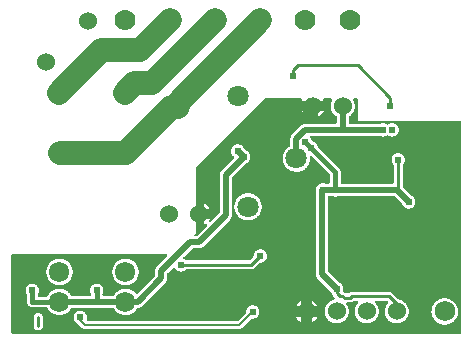
<source format=gbl>
G04 Layer: BottomLayer*
G04 EasyEDA v6.3.22, 2020-02-03T21:01:26+03:00*
G04 c6d23c78c2874b16bdfd2071edabb350,ca54920fb7ea4c169f3d1b618bee327e,10*
G04 Gerber Generator version 0.2*
G04 Scale: 100 percent, Rotated: No, Reflected: No *
G04 Dimensions in inches *
G04 leading zeros omitted , absolute positions ,2 integer and 4 decimal *
%FSLAX24Y24*%
%MOIN*%
G90*
G70D02*

%ADD10C,0.010000*%
%ADD11C,0.020000*%
%ADD12C,0.006000*%
%ADD13C,0.015000*%
%ADD14C,0.080000*%
%ADD15C,0.008000*%
%ADD16C,0.016000*%
%ADD18C,0.024400*%
%ADD37C,0.060000*%
%ADD38C,0.067992*%
%ADD39C,0.070866*%
%ADD40C,0.070000*%
%ADD41C,0.067716*%
%ADD42C,0.071653*%

%LPD*%
G36*
G01X9662Y7850D02*
G01X8466Y7850D01*
G01X8454Y7848D01*
G01X8448Y7845D01*
G01X8443Y7842D01*
G01X8438Y7838D01*
G01X6157Y5557D01*
G01X6154Y5551D01*
G01X6150Y5539D01*
G01X6150Y3350D01*
G01X6117Y3321D01*
G01X6113Y3317D01*
G01X6109Y3312D01*
G01X6106Y3307D01*
G01X6105Y3302D01*
G01X6103Y3296D01*
G01X6103Y3285D01*
G01X6105Y3279D01*
G01X6106Y3274D01*
G01X6109Y3269D01*
G01X6113Y3264D01*
G01X6117Y3260D01*
G01X6121Y3257D01*
G01X6126Y3254D01*
G01X6131Y3252D01*
G01X6137Y3251D01*
G01X6156Y3251D01*
G01X6168Y3255D01*
G01X6173Y3258D01*
G01X6178Y3262D01*
G01X6515Y3600D01*
G01X6520Y3605D01*
G01X6523Y3610D01*
G01X6527Y3622D01*
G01X6527Y3634D01*
G01X6526Y3639D01*
G01X6524Y3645D01*
G01X6521Y3650D01*
G01X6518Y3654D01*
G01X6514Y3658D01*
G01X6509Y3662D01*
G01X6504Y3665D01*
G01X6498Y3667D01*
G01X6493Y3668D01*
G01X6481Y3668D01*
G01X6476Y3667D01*
G01X6471Y3665D01*
G01X6446Y3650D01*
G01X6425Y3639D01*
G01X6425Y3825D01*
G01X6610Y3825D01*
G01X6599Y3803D01*
G01X6587Y3783D01*
G01X6585Y3778D01*
G01X6582Y3773D01*
G01X6581Y3767D01*
G01X6581Y3756D01*
G01X6582Y3751D01*
G01X6585Y3745D01*
G01X6587Y3740D01*
G01X6599Y3728D01*
G01X6604Y3725D01*
G01X6610Y3723D01*
G01X6615Y3722D01*
G01X6627Y3722D01*
G01X6639Y3726D01*
G01X6644Y3729D01*
G01X6649Y3734D01*
G01X6937Y4021D01*
G01X6941Y4026D01*
G01X6944Y4031D01*
G01X6947Y4037D01*
G01X6948Y4043D01*
G01X6948Y5300D01*
G01X6950Y5326D01*
G01X6952Y5339D01*
G01X6955Y5351D01*
G01X6959Y5364D01*
G01X6969Y5388D01*
G01X6976Y5400D01*
G01X6982Y5411D01*
G01X6990Y5422D01*
G01X6998Y5432D01*
G01X7007Y5442D01*
G01X7424Y5858D01*
G01X7428Y5863D01*
G01X7431Y5868D01*
G01X7434Y5874D01*
G01X7435Y5880D01*
G01X7435Y5892D01*
G01X7434Y5899D01*
G01X7431Y5905D01*
G01X7428Y5910D01*
G01X7424Y5915D01*
G01X7419Y5919D01*
G01X7408Y5927D01*
G01X7397Y5936D01*
G01X7387Y5946D01*
G01X7369Y5968D01*
G01X7361Y5980D01*
G01X7354Y5992D01*
G01X7348Y6004D01*
G01X7342Y6017D01*
G01X7338Y6030D01*
G01X7334Y6044D01*
G01X7331Y6057D01*
G01X7328Y6071D01*
G01X7327Y6086D01*
G01X7327Y6113D01*
G01X7328Y6126D01*
G01X7330Y6140D01*
G01X7336Y6166D01*
G01X7341Y6178D01*
G01X7346Y6191D01*
G01X7352Y6203D01*
G01X7359Y6215D01*
G01X7366Y6226D01*
G01X7374Y6237D01*
G01X7382Y6247D01*
G01X7402Y6267D01*
G01X7412Y6275D01*
G01X7423Y6283D01*
G01X7434Y6290D01*
G01X7446Y6297D01*
G01X7458Y6303D01*
G01X7471Y6308D01*
G01X7483Y6313D01*
G01X7509Y6319D01*
G01X7523Y6321D01*
G01X7536Y6322D01*
G01X7550Y6323D01*
G01X7564Y6322D01*
G01X7577Y6321D01*
G01X7592Y6319D01*
G01X7605Y6315D01*
G01X7619Y6311D01*
G01X7632Y6307D01*
G01X7645Y6301D01*
G01X7657Y6295D01*
G01X7669Y6288D01*
G01X7681Y6280D01*
G01X7692Y6271D01*
G01X7702Y6262D01*
G01X7713Y6252D01*
G01X7722Y6241D01*
G01X7738Y6219D01*
G01X7745Y6206D01*
G01X7752Y6194D01*
G01X7757Y6181D01*
G01X7761Y6173D01*
G01X7766Y6167D01*
G01X7817Y6116D01*
G01X7823Y6111D01*
G01X7831Y6107D01*
G01X7844Y6101D01*
G01X7856Y6095D01*
G01X7868Y6088D01*
G01X7880Y6080D01*
G01X7891Y6072D01*
G01X7902Y6063D01*
G01X7912Y6053D01*
G01X7930Y6031D01*
G01X7938Y6019D01*
G01X7945Y6007D01*
G01X7951Y5995D01*
G01X7957Y5982D01*
G01X7961Y5969D01*
G01X7965Y5955D01*
G01X7968Y5942D01*
G01X7971Y5928D01*
G01X7972Y5913D01*
G01X7972Y5886D01*
G01X7971Y5871D01*
G01X7968Y5857D01*
G01X7965Y5844D01*
G01X7961Y5830D01*
G01X7957Y5817D01*
G01X7951Y5804D01*
G01X7945Y5792D01*
G01X7938Y5780D01*
G01X7930Y5768D01*
G01X7912Y5746D01*
G01X7902Y5736D01*
G01X7891Y5727D01*
G01X7880Y5719D01*
G01X7868Y5711D01*
G01X7856Y5704D01*
G01X7844Y5698D01*
G01X7831Y5692D01*
G01X7823Y5688D01*
G01X7817Y5683D01*
G01X7362Y5228D01*
G01X7358Y5223D01*
G01X7355Y5218D01*
G01X7352Y5212D01*
G01X7351Y5206D01*
G01X7351Y3950D01*
G01X7350Y3936D01*
G01X7349Y3923D01*
G01X7347Y3910D01*
G01X7344Y3898D01*
G01X7340Y3885D01*
G01X7330Y3861D01*
G01X7323Y3849D01*
G01X7317Y3838D01*
G01X7309Y3827D01*
G01X7301Y3817D01*
G01X7292Y3807D01*
G01X6392Y2907D01*
G01X6382Y2898D01*
G01X6372Y2890D01*
G01X6361Y2882D01*
G01X6350Y2876D01*
G01X6338Y2869D01*
G01X6327Y2864D01*
G01X6314Y2859D01*
G01X6302Y2855D01*
G01X6289Y2852D01*
G01X6276Y2850D01*
G01X6250Y2848D01*
G01X6043Y2848D01*
G01X6031Y2844D01*
G01X6026Y2841D01*
G01X6021Y2837D01*
G01X5744Y2560D01*
G01X5740Y2555D01*
G01X5737Y2550D01*
G01X5733Y2538D01*
G01X5733Y2526D01*
G01X5737Y2514D01*
G01X5740Y2509D01*
G01X5744Y2504D01*
G01X5754Y2496D01*
G01X5767Y2489D01*
G01X5780Y2481D01*
G01X5792Y2471D01*
G01X5803Y2461D01*
G01X5807Y2458D01*
G01X5813Y2455D01*
G01X5818Y2452D01*
G01X5824Y2451D01*
G01X7927Y2451D01*
G01X7939Y2455D01*
G01X7944Y2458D01*
G01X7949Y2462D01*
G01X8065Y2578D01*
G01X8069Y2583D01*
G01X8072Y2588D01*
G01X8075Y2594D01*
G01X8077Y2606D01*
G01X8077Y2619D01*
G01X8079Y2633D01*
G01X8081Y2646D01*
G01X8085Y2660D01*
G01X8089Y2673D01*
G01X8094Y2686D01*
G01X8100Y2698D01*
G01X8106Y2711D01*
G01X8113Y2722D01*
G01X8121Y2734D01*
G01X8130Y2744D01*
G01X8139Y2755D01*
G01X8149Y2764D01*
G01X8160Y2773D01*
G01X8182Y2789D01*
G01X8194Y2796D01*
G01X8206Y2802D01*
G01X8232Y2812D01*
G01X8245Y2816D01*
G01X8259Y2819D01*
G01X8272Y2821D01*
G01X8300Y2823D01*
G01X8326Y2821D01*
G01X8340Y2819D01*
G01X8366Y2813D01*
G01X8378Y2808D01*
G01X8391Y2803D01*
G01X8403Y2797D01*
G01X8415Y2790D01*
G01X8426Y2783D01*
G01X8437Y2775D01*
G01X8447Y2767D01*
G01X8467Y2747D01*
G01X8475Y2737D01*
G01X8483Y2726D01*
G01X8490Y2715D01*
G01X8497Y2703D01*
G01X8503Y2691D01*
G01X8508Y2678D01*
G01X8513Y2666D01*
G01X8519Y2640D01*
G01X8521Y2626D01*
G01X8522Y2613D01*
G01X8522Y2586D01*
G01X8521Y2572D01*
G01X8519Y2559D01*
G01X8516Y2545D01*
G01X8512Y2532D01*
G01X8502Y2506D01*
G01X8496Y2494D01*
G01X8489Y2482D01*
G01X8481Y2471D01*
G01X8473Y2459D01*
G01X8455Y2439D01*
G01X8444Y2430D01*
G01X8434Y2421D01*
G01X8422Y2413D01*
G01X8410Y2406D01*
G01X8386Y2394D01*
G01X8373Y2389D01*
G01X8360Y2385D01*
G01X8347Y2382D01*
G01X8333Y2379D01*
G01X8319Y2377D01*
G01X8306Y2376D01*
G01X8300Y2376D01*
G01X8294Y2375D01*
G01X8288Y2372D01*
G01X8283Y2369D01*
G01X8278Y2365D01*
G01X8106Y2193D01*
G01X8088Y2177D01*
G01X8068Y2165D01*
G01X8057Y2160D01*
G01X8046Y2156D01*
G01X8035Y2153D01*
G01X8023Y2150D01*
G01X8011Y2149D01*
G01X8000Y2148D01*
G01X5824Y2148D01*
G01X5818Y2147D01*
G01X5813Y2144D01*
G01X5807Y2141D01*
G01X5803Y2138D01*
G01X5792Y2128D01*
G01X5781Y2119D01*
G01X5769Y2111D01*
G01X5757Y2104D01*
G01X5745Y2098D01*
G01X5732Y2092D01*
G01X5719Y2088D01*
G01X5705Y2084D01*
G01X5692Y2080D01*
G01X5677Y2078D01*
G01X5664Y2077D01*
G01X5650Y2076D01*
G01X5636Y2077D01*
G01X5623Y2078D01*
G01X5610Y2080D01*
G01X5596Y2083D01*
G01X5584Y2086D01*
G01X5558Y2096D01*
G01X5546Y2102D01*
G01X5535Y2109D01*
G01X5523Y2116D01*
G01X5513Y2124D01*
G01X5502Y2132D01*
G01X5492Y2141D01*
G01X5483Y2151D01*
G01X5475Y2161D01*
G01X5459Y2183D01*
G01X5452Y2195D01*
G01X5449Y2200D01*
G01X5445Y2205D01*
G01X5440Y2209D01*
G01X5435Y2212D01*
G01X5429Y2215D01*
G01X5423Y2216D01*
G01X5411Y2216D01*
G01X5399Y2212D01*
G01X5394Y2209D01*
G01X5389Y2205D01*
G01X5212Y2028D01*
G01X5208Y2023D01*
G01X5205Y2018D01*
G01X5202Y2012D01*
G01X5201Y2006D01*
G01X5201Y1850D01*
G01X5200Y1836D01*
G01X5199Y1823D01*
G01X5197Y1810D01*
G01X5194Y1798D01*
G01X5190Y1785D01*
G01X5180Y1761D01*
G01X5173Y1749D01*
G01X5167Y1738D01*
G01X5159Y1727D01*
G01X5151Y1717D01*
G01X5142Y1707D01*
G01X4360Y927D01*
G01X4351Y919D01*
G01X4331Y903D01*
G01X4320Y896D01*
G01X4309Y890D01*
G01X4285Y880D01*
G01X4273Y876D01*
G01X4261Y873D01*
G01X4248Y871D01*
G01X4236Y869D01*
G01X4223Y869D01*
G01X4211Y867D01*
G01X4201Y861D01*
G01X4197Y858D01*
G01X4193Y853D01*
G01X4189Y849D01*
G01X4179Y832D01*
G01X4169Y816D01*
G01X4145Y786D01*
G01X4133Y772D01*
G01X4119Y758D01*
G01X4106Y744D01*
G01X4076Y720D01*
G01X4061Y709D01*
G01X4045Y698D01*
G01X4028Y688D01*
G01X4012Y679D01*
G01X3994Y671D01*
G01X3977Y663D01*
G01X3959Y656D01*
G01X3923Y644D01*
G01X3885Y636D01*
G01X3866Y633D01*
G01X3847Y631D01*
G01X3828Y630D01*
G01X3790Y630D01*
G01X3771Y631D01*
G01X3752Y633D01*
G01X3733Y636D01*
G01X3714Y640D01*
G01X3696Y644D01*
G01X3677Y650D01*
G01X3659Y656D01*
G01X3641Y663D01*
G01X3624Y670D01*
G01X3606Y679D01*
G01X3590Y688D01*
G01X3573Y698D01*
G01X3557Y709D01*
G01X3542Y720D01*
G01X3527Y732D01*
G01X3513Y744D01*
G01X3499Y757D01*
G01X3485Y771D01*
G01X3461Y801D01*
G01X3450Y816D01*
G01X3439Y832D01*
G01X3429Y848D01*
G01X3426Y853D01*
G01X3422Y857D01*
G01X3417Y861D01*
G01X3412Y864D01*
G01X3406Y866D01*
G01X3394Y868D01*
G01X2024Y868D01*
G01X2012Y866D01*
G01X2006Y864D01*
G01X2001Y861D01*
G01X1993Y853D01*
G01X1989Y848D01*
G01X1979Y832D01*
G01X1968Y816D01*
G01X1957Y801D01*
G01X1945Y786D01*
G01X1932Y771D01*
G01X1919Y757D01*
G01X1905Y744D01*
G01X1891Y732D01*
G01X1876Y720D01*
G01X1860Y709D01*
G01X1845Y698D01*
G01X1828Y688D01*
G01X1794Y670D01*
G01X1777Y663D01*
G01X1759Y656D01*
G01X1741Y650D01*
G01X1722Y644D01*
G01X1704Y640D01*
G01X1685Y636D01*
G01X1666Y633D01*
G01X1647Y631D01*
G01X1628Y630D01*
G01X1590Y630D01*
G01X1570Y631D01*
G01X1551Y633D01*
G01X1532Y636D01*
G01X1513Y640D01*
G01X1475Y650D01*
G01X1421Y671D01*
G01X1404Y680D01*
G01X1370Y700D01*
G01X1354Y711D01*
G01X1339Y723D01*
G01X1323Y735D01*
G01X1295Y761D01*
G01X1282Y775D01*
G01X1269Y790D01*
G01X1257Y805D01*
G01X1235Y837D01*
G01X1217Y871D01*
G01X1213Y877D01*
G01X1209Y882D01*
G01X1204Y886D01*
G01X1199Y889D01*
G01X1187Y893D01*
G01X1181Y893D01*
G01X700Y894D01*
G01X687Y894D01*
G01X676Y895D01*
G01X664Y897D01*
G01X652Y900D01*
G01X640Y904D01*
G01X629Y908D01*
G01X619Y913D01*
G01X608Y919D01*
G01X588Y933D01*
G01X579Y941D01*
G01X563Y959D01*
G01X556Y968D01*
G01X549Y978D01*
G01X543Y988D01*
G01X538Y1000D01*
G01X530Y1022D01*
G01X527Y1034D01*
G01X525Y1046D01*
G01X524Y1057D01*
G01X523Y1069D01*
G01X523Y1305D01*
G01X522Y1311D01*
G01X519Y1317D01*
G01X516Y1322D01*
G01X509Y1334D01*
G01X502Y1345D01*
G01X496Y1357D01*
G01X491Y1370D01*
G01X483Y1396D01*
G01X480Y1409D01*
G01X478Y1423D01*
G01X477Y1436D01*
G01X476Y1450D01*
G01X478Y1476D01*
G01X480Y1490D01*
G01X486Y1516D01*
G01X491Y1528D01*
G01X496Y1541D01*
G01X502Y1553D01*
G01X509Y1565D01*
G01X516Y1576D01*
G01X524Y1587D01*
G01X532Y1597D01*
G01X552Y1617D01*
G01X562Y1625D01*
G01X573Y1633D01*
G01X584Y1640D01*
G01X596Y1647D01*
G01X608Y1653D01*
G01X621Y1658D01*
G01X633Y1663D01*
G01X659Y1669D01*
G01X673Y1671D01*
G01X686Y1672D01*
G01X700Y1673D01*
G01X726Y1671D01*
G01X740Y1669D01*
G01X766Y1663D01*
G01X778Y1658D01*
G01X791Y1653D01*
G01X803Y1647D01*
G01X815Y1640D01*
G01X826Y1633D01*
G01X837Y1625D01*
G01X847Y1617D01*
G01X867Y1597D01*
G01X875Y1587D01*
G01X883Y1576D01*
G01X890Y1565D01*
G01X897Y1553D01*
G01X903Y1541D01*
G01X908Y1528D01*
G01X913Y1516D01*
G01X919Y1490D01*
G01X921Y1476D01*
G01X923Y1450D01*
G01X922Y1436D01*
G01X921Y1423D01*
G01X919Y1409D01*
G01X916Y1396D01*
G01X908Y1370D01*
G01X903Y1357D01*
G01X897Y1345D01*
G01X890Y1334D01*
G01X883Y1322D01*
G01X880Y1317D01*
G01X877Y1311D01*
G01X876Y1305D01*
G01X876Y1280D01*
G01X877Y1274D01*
G01X879Y1269D01*
G01X885Y1259D01*
G01X889Y1255D01*
G01X899Y1249D01*
G01X904Y1247D01*
G01X910Y1246D01*
G01X915Y1245D01*
G01X1181Y1245D01*
G01X1193Y1247D01*
G01X1205Y1253D01*
G01X1209Y1257D01*
G01X1217Y1267D01*
G01X1226Y1284D01*
G01X1236Y1301D01*
G01X1246Y1317D01*
G01X1257Y1333D01*
G01X1269Y1348D01*
G01X1282Y1363D01*
G01X1296Y1377D01*
G01X1309Y1391D01*
G01X1324Y1403D01*
G01X1339Y1416D01*
G01X1371Y1438D01*
G01X1387Y1448D01*
G01X1404Y1458D01*
G01X1421Y1467D01*
G01X1439Y1474D01*
G01X1457Y1482D01*
G01X1475Y1488D01*
G01X1513Y1498D01*
G01X1532Y1502D01*
G01X1551Y1505D01*
G01X1570Y1507D01*
G01X1590Y1508D01*
G01X1609Y1509D01*
G01X1647Y1507D01*
G01X1666Y1505D01*
G01X1685Y1502D01*
G01X1704Y1498D01*
G01X1722Y1494D01*
G01X1741Y1488D01*
G01X1759Y1482D01*
G01X1777Y1475D01*
G01X1794Y1468D01*
G01X1828Y1450D01*
G01X1845Y1440D01*
G01X1860Y1430D01*
G01X1876Y1418D01*
G01X1891Y1406D01*
G01X1905Y1394D01*
G01X1932Y1367D01*
G01X1945Y1352D01*
G01X1957Y1338D01*
G01X1979Y1306D01*
G01X1989Y1290D01*
G01X1993Y1285D01*
G01X2001Y1277D01*
G01X2006Y1274D01*
G01X2012Y1272D01*
G01X2024Y1270D01*
G01X2627Y1270D01*
G01X2632Y1271D01*
G01X2638Y1272D01*
G01X2648Y1276D01*
G01X2653Y1280D01*
G01X2657Y1284D01*
G01X2660Y1288D01*
G01X2663Y1293D01*
G01X2665Y1299D01*
G01X2666Y1304D01*
G01X2667Y1310D01*
G01X2666Y1317D01*
G01X2664Y1325D01*
G01X2660Y1331D01*
G01X2653Y1343D01*
G01X2647Y1355D01*
G01X2637Y1381D01*
G01X2633Y1395D01*
G01X2630Y1408D01*
G01X2628Y1422D01*
G01X2627Y1436D01*
G01X2627Y1463D01*
G01X2628Y1476D01*
G01X2630Y1490D01*
G01X2636Y1516D01*
G01X2641Y1528D01*
G01X2646Y1541D01*
G01X2652Y1553D01*
G01X2659Y1565D01*
G01X2666Y1576D01*
G01X2674Y1587D01*
G01X2682Y1597D01*
G01X2702Y1617D01*
G01X2712Y1625D01*
G01X2723Y1633D01*
G01X2734Y1640D01*
G01X2746Y1647D01*
G01X2758Y1653D01*
G01X2771Y1658D01*
G01X2783Y1663D01*
G01X2809Y1669D01*
G01X2823Y1671D01*
G01X2836Y1672D01*
G01X2850Y1673D01*
G01X2876Y1671D01*
G01X2890Y1669D01*
G01X2916Y1663D01*
G01X2928Y1658D01*
G01X2941Y1653D01*
G01X2953Y1647D01*
G01X2965Y1640D01*
G01X2976Y1633D01*
G01X2987Y1625D01*
G01X2997Y1617D01*
G01X3017Y1597D01*
G01X3025Y1587D01*
G01X3033Y1576D01*
G01X3040Y1565D01*
G01X3047Y1553D01*
G01X3053Y1541D01*
G01X3058Y1528D01*
G01X3063Y1516D01*
G01X3069Y1490D01*
G01X3071Y1476D01*
G01X3072Y1463D01*
G01X3072Y1436D01*
G01X3071Y1422D01*
G01X3069Y1408D01*
G01X3066Y1395D01*
G01X3062Y1381D01*
G01X3052Y1355D01*
G01X3046Y1343D01*
G01X3039Y1331D01*
G01X3035Y1325D01*
G01X3033Y1317D01*
G01X3032Y1310D01*
G01X3033Y1304D01*
G01X3034Y1299D01*
G01X3036Y1293D01*
G01X3039Y1288D01*
G01X3042Y1284D01*
G01X3046Y1280D01*
G01X3051Y1276D01*
G01X3061Y1272D01*
G01X3067Y1271D01*
G01X3072Y1270D01*
G01X3394Y1270D01*
G01X3406Y1272D01*
G01X3412Y1274D01*
G01X3417Y1277D01*
G01X3422Y1281D01*
G01X3426Y1285D01*
G01X3429Y1290D01*
G01X3439Y1306D01*
G01X3461Y1338D01*
G01X3473Y1352D01*
G01X3485Y1367D01*
G01X3499Y1380D01*
G01X3513Y1394D01*
G01X3527Y1406D01*
G01X3557Y1430D01*
G01X3573Y1440D01*
G01X3590Y1450D01*
G01X3606Y1459D01*
G01X3624Y1468D01*
G01X3641Y1475D01*
G01X3659Y1482D01*
G01X3677Y1488D01*
G01X3696Y1494D01*
G01X3714Y1498D01*
G01X3733Y1502D01*
G01X3752Y1505D01*
G01X3771Y1507D01*
G01X3809Y1509D01*
G01X3828Y1508D01*
G01X3848Y1507D01*
G01X3867Y1505D01*
G01X3886Y1502D01*
G01X3906Y1498D01*
G01X3925Y1493D01*
G01X3943Y1488D01*
G01X3962Y1481D01*
G01X3980Y1474D01*
G01X3997Y1466D01*
G01X4015Y1457D01*
G01X4032Y1448D01*
G01X4048Y1438D01*
G01X4064Y1427D01*
G01X4080Y1415D01*
G01X4095Y1403D01*
G01X4110Y1390D01*
G01X4124Y1376D01*
G01X4137Y1362D01*
G01X4150Y1347D01*
G01X4158Y1339D01*
G01X4164Y1336D01*
G01X4169Y1334D01*
G01X4181Y1332D01*
G01X4193Y1334D01*
G01X4199Y1336D01*
G01X4209Y1344D01*
G01X4787Y1921D01*
G01X4791Y1926D01*
G01X4794Y1931D01*
G01X4797Y1937D01*
G01X4798Y1943D01*
G01X4798Y2100D01*
G01X4800Y2126D01*
G01X4802Y2139D01*
G01X4805Y2151D01*
G01X4809Y2164D01*
G01X4819Y2188D01*
G01X4826Y2200D01*
G01X4832Y2211D01*
G01X4840Y2222D01*
G01X4848Y2232D01*
G01X4857Y2242D01*
G01X5197Y2581D01*
G01X5201Y2586D01*
G01X5204Y2591D01*
G01X5207Y2597D01*
G01X5209Y2609D01*
G01X5207Y2621D01*
G01X5205Y2626D01*
G01X5199Y2636D01*
G01X5195Y2640D01*
G01X5185Y2646D01*
G01X5180Y2648D01*
G01X5174Y2649D01*
G01X5169Y2650D01*
G01X40Y2650D01*
G01X35Y2649D01*
G01X29Y2648D01*
G01X24Y2646D01*
G01X14Y2640D01*
G01X10Y2636D01*
G01X4Y2626D01*
G01X2Y2621D01*
G01X1Y2615D01*
G01X1Y35D01*
G01X2Y29D01*
G01X4Y24D01*
G01X10Y14D01*
G01X14Y10D01*
G01X24Y4D01*
G01X29Y2D01*
G01X35Y1D01*
G01X14964Y1D01*
G01X14970Y2D01*
G01X14975Y4D01*
G01X14985Y10D01*
G01X14989Y14D01*
G01X14995Y24D01*
G01X14997Y29D01*
G01X14998Y35D01*
G01X14998Y7065D01*
G01X14997Y7071D01*
G01X14995Y7076D01*
G01X14989Y7086D01*
G01X14985Y7090D01*
G01X14975Y7096D01*
G01X14970Y7098D01*
G01X14964Y7099D01*
G01X14959Y7100D01*
G01X12739Y7100D01*
G01X12734Y7099D01*
G01X12728Y7098D01*
G01X12722Y7096D01*
G01X12718Y7093D01*
G01X12713Y7090D01*
G01X12709Y7086D01*
G01X12703Y7076D01*
G01X12701Y7071D01*
G01X12700Y7065D01*
G01X12698Y7071D01*
G01X12696Y7076D01*
G01X12690Y7086D01*
G01X12686Y7090D01*
G01X12681Y7093D01*
G01X12677Y7096D01*
G01X12671Y7098D01*
G01X12665Y7099D01*
G01X12660Y7100D01*
G01X12439Y7100D01*
G01X12434Y7099D01*
G01X12428Y7098D01*
G01X12422Y7096D01*
G01X12418Y7093D01*
G01X12413Y7090D01*
G01X12409Y7086D01*
G01X12403Y7076D01*
G01X12401Y7071D01*
G01X12400Y7065D01*
G01X12398Y7071D01*
G01X12396Y7076D01*
G01X12390Y7086D01*
G01X12386Y7090D01*
G01X12381Y7093D01*
G01X12377Y7096D01*
G01X12371Y7098D01*
G01X12365Y7099D01*
G01X12360Y7100D01*
G01X11550Y7100D01*
G01X11550Y7809D01*
G01X11548Y7821D01*
G01X11546Y7826D01*
G01X11540Y7836D01*
G01X11536Y7840D01*
G01X11526Y7846D01*
G01X11521Y7848D01*
G01X11515Y7849D01*
G01X11510Y7850D01*
G01X11437Y7850D01*
G01X11431Y7849D01*
G01X11426Y7848D01*
G01X11421Y7846D01*
G01X11411Y7840D01*
G01X11407Y7836D01*
G01X11401Y7826D01*
G01X11399Y7821D01*
G01X11397Y7809D01*
G01X11398Y7803D01*
G01X11400Y7796D01*
G01X11402Y7790D01*
G01X11418Y7758D01*
G01X11425Y7741D01*
G01X11431Y7724D01*
G01X11436Y7707D01*
G01X11444Y7671D01*
G01X11447Y7654D01*
G01X11449Y7636D01*
G01X11450Y7617D01*
G01X11451Y7600D01*
G01X11450Y7582D01*
G01X11449Y7563D01*
G01X11447Y7545D01*
G01X11444Y7528D01*
G01X11436Y7492D01*
G01X11431Y7475D01*
G01X11425Y7458D01*
G01X11418Y7441D01*
G01X11402Y7409D01*
G01X11393Y7393D01*
G01X11384Y7378D01*
G01X11362Y7348D01*
G01X11351Y7334D01*
G01X11338Y7321D01*
G01X11325Y7309D01*
G01X11312Y7296D01*
G01X11284Y7274D01*
G01X11269Y7264D01*
G01X11264Y7260D01*
G01X11260Y7256D01*
G01X11257Y7252D01*
G01X11254Y7247D01*
G01X11252Y7241D01*
G01X11251Y7236D01*
G01X11251Y7035D01*
G01X11252Y7029D01*
G01X11254Y7024D01*
G01X11260Y7014D01*
G01X11264Y7010D01*
G01X11274Y7004D01*
G01X11279Y7002D01*
G01X11285Y7001D01*
G01X12302Y7001D01*
G01X12310Y7004D01*
G01X12338Y7014D01*
G01X12366Y7020D01*
G01X12372Y7021D01*
G01X12377Y7023D01*
G01X12382Y7026D01*
G01X12394Y7038D01*
G01X12398Y7048D01*
G01X12400Y7054D01*
G01X12401Y7048D01*
G01X12405Y7038D01*
G01X12417Y7026D01*
G01X12422Y7023D01*
G01X12427Y7021D01*
G01X12433Y7020D01*
G01X12461Y7014D01*
G01X12489Y7004D01*
G01X12502Y6998D01*
G01X12514Y6990D01*
G01X12527Y6983D01*
G01X12532Y6980D01*
G01X12538Y6977D01*
G01X12543Y6976D01*
G01X12556Y6976D01*
G01X12561Y6977D01*
G01X12567Y6980D01*
G01X12572Y6983D01*
G01X12585Y6990D01*
G01X12597Y6998D01*
G01X12610Y7004D01*
G01X12638Y7014D01*
G01X12666Y7020D01*
G01X12672Y7021D01*
G01X12677Y7023D01*
G01X12682Y7026D01*
G01X12694Y7038D01*
G01X12698Y7048D01*
G01X12700Y7054D01*
G01X12701Y7048D01*
G01X12705Y7038D01*
G01X12717Y7026D01*
G01X12722Y7023D01*
G01X12727Y7021D01*
G01X12733Y7020D01*
G01X12747Y7017D01*
G01X12760Y7014D01*
G01X12773Y7010D01*
G01X12786Y7005D01*
G01X12810Y6993D01*
G01X12822Y6986D01*
G01X12834Y6978D01*
G01X12844Y6969D01*
G01X12855Y6960D01*
G01X12873Y6940D01*
G01X12881Y6928D01*
G01X12889Y6917D01*
G01X12896Y6905D01*
G01X12902Y6893D01*
G01X12912Y6867D01*
G01X12916Y6854D01*
G01X12919Y6840D01*
G01X12921Y6827D01*
G01X12922Y6813D01*
G01X12922Y6786D01*
G01X12921Y6773D01*
G01X12919Y6759D01*
G01X12913Y6733D01*
G01X12908Y6721D01*
G01X12903Y6708D01*
G01X12897Y6696D01*
G01X12890Y6684D01*
G01X12883Y6673D01*
G01X12875Y6662D01*
G01X12867Y6652D01*
G01X12847Y6632D01*
G01X12837Y6624D01*
G01X12826Y6616D01*
G01X12815Y6609D01*
G01X12803Y6602D01*
G01X12791Y6596D01*
G01X12778Y6591D01*
G01X12766Y6586D01*
G01X12740Y6580D01*
G01X12726Y6578D01*
G01X12700Y6576D01*
G01X12672Y6578D01*
G01X12659Y6580D01*
G01X12646Y6583D01*
G01X12620Y6591D01*
G01X12607Y6596D01*
G01X12596Y6602D01*
G01X12572Y6616D01*
G01X12567Y6619D01*
G01X12561Y6622D01*
G01X12556Y6623D01*
G01X12543Y6623D01*
G01X12538Y6622D01*
G01X12532Y6619D01*
G01X12527Y6616D01*
G01X12503Y6602D01*
G01X12492Y6596D01*
G01X12479Y6591D01*
G01X12453Y6583D01*
G01X12440Y6580D01*
G01X12427Y6578D01*
G01X12413Y6577D01*
G01X12400Y6576D01*
G01X12384Y6577D01*
G01X12369Y6578D01*
G01X12354Y6581D01*
G01X12339Y6585D01*
G01X12325Y6590D01*
G01X12310Y6595D01*
G01X12302Y6598D01*
G01X10003Y6598D01*
G01X9998Y6597D01*
G01X9992Y6595D01*
G01X9987Y6592D01*
G01X9983Y6589D01*
G01X9979Y6585D01*
G01X9975Y6580D01*
G01X9971Y6570D01*
G01X9969Y6564D01*
G01X9969Y6552D01*
G01X9971Y6546D01*
G01X9977Y6534D01*
G01X9985Y6523D01*
G01X9999Y6499D01*
G01X10005Y6487D01*
G01X10010Y6474D01*
G01X10014Y6461D01*
G01X10017Y6448D01*
G01X10019Y6442D01*
G01X10021Y6437D01*
G01X10024Y6432D01*
G01X10032Y6424D01*
G01X10037Y6421D01*
G01X10042Y6419D01*
G01X10048Y6417D01*
G01X10061Y6414D01*
G01X10073Y6410D01*
G01X10086Y6405D01*
G01X10098Y6400D01*
G01X10110Y6393D01*
G01X10132Y6379D01*
G01X10143Y6370D01*
G01X10153Y6361D01*
G01X10162Y6352D01*
G01X10171Y6342D01*
G01X10187Y6320D01*
G01X10194Y6309D01*
G01X10206Y6285D01*
G01X10218Y6246D01*
G01X10219Y6241D01*
G01X10225Y6231D01*
G01X10228Y6227D01*
G01X10927Y5528D01*
G01X10936Y5518D01*
G01X10944Y5508D01*
G01X10952Y5497D01*
G01X10964Y5475D01*
G01X10969Y5463D01*
G01X10973Y5451D01*
G01X10979Y5425D01*
G01X10980Y5413D01*
G01X10981Y5400D01*
G01X10981Y5035D01*
G01X10982Y5029D01*
G01X10984Y5024D01*
G01X10990Y5014D01*
G01X10994Y5010D01*
G01X11004Y5004D01*
G01X11009Y5002D01*
G01X11015Y5001D01*
G01X12714Y5001D01*
G01X12720Y5002D01*
G01X12725Y5004D01*
G01X12735Y5010D01*
G01X12739Y5014D01*
G01X12745Y5024D01*
G01X12747Y5029D01*
G01X12748Y5035D01*
G01X12748Y5625D01*
G01X12747Y5631D01*
G01X12744Y5636D01*
G01X12741Y5642D01*
G01X12738Y5646D01*
G01X12728Y5657D01*
G01X12719Y5668D01*
G01X12711Y5680D01*
G01X12704Y5692D01*
G01X12698Y5704D01*
G01X12692Y5717D01*
G01X12688Y5730D01*
G01X12684Y5744D01*
G01X12681Y5757D01*
G01X12678Y5771D01*
G01X12677Y5786D01*
G01X12677Y5813D01*
G01X12678Y5826D01*
G01X12680Y5840D01*
G01X12686Y5866D01*
G01X12691Y5878D01*
G01X12696Y5891D01*
G01X12702Y5903D01*
G01X12709Y5915D01*
G01X12716Y5926D01*
G01X12724Y5937D01*
G01X12732Y5947D01*
G01X12752Y5967D01*
G01X12762Y5975D01*
G01X12773Y5983D01*
G01X12784Y5990D01*
G01X12796Y5997D01*
G01X12808Y6003D01*
G01X12821Y6008D01*
G01X12833Y6013D01*
G01X12859Y6019D01*
G01X12873Y6021D01*
G01X12886Y6022D01*
G01X12900Y6023D01*
G01X12926Y6021D01*
G01X12940Y6019D01*
G01X12966Y6013D01*
G01X12978Y6008D01*
G01X12991Y6003D01*
G01X13003Y5997D01*
G01X13015Y5990D01*
G01X13026Y5983D01*
G01X13037Y5975D01*
G01X13047Y5967D01*
G01X13067Y5947D01*
G01X13075Y5937D01*
G01X13083Y5926D01*
G01X13090Y5915D01*
G01X13097Y5903D01*
G01X13103Y5891D01*
G01X13108Y5878D01*
G01X13113Y5866D01*
G01X13119Y5840D01*
G01X13121Y5826D01*
G01X13122Y5813D01*
G01X13122Y5786D01*
G01X13121Y5771D01*
G01X13118Y5757D01*
G01X13115Y5744D01*
G01X13111Y5730D01*
G01X13107Y5717D01*
G01X13101Y5704D01*
G01X13095Y5692D01*
G01X13088Y5680D01*
G01X13080Y5668D01*
G01X13071Y5657D01*
G01X13061Y5646D01*
G01X13058Y5642D01*
G01X13055Y5636D01*
G01X13052Y5631D01*
G01X13051Y5625D01*
G01X13051Y4893D01*
G01X13052Y4887D01*
G01X13055Y4881D01*
G01X13058Y4876D01*
G01X13062Y4871D01*
G01X13317Y4616D01*
G01X13323Y4611D01*
G01X13331Y4607D01*
G01X13344Y4601D01*
G01X13356Y4595D01*
G01X13368Y4588D01*
G01X13380Y4580D01*
G01X13391Y4572D01*
G01X13402Y4563D01*
G01X13412Y4553D01*
G01X13430Y4531D01*
G01X13438Y4519D01*
G01X13445Y4507D01*
G01X13451Y4495D01*
G01X13457Y4482D01*
G01X13461Y4469D01*
G01X13465Y4455D01*
G01X13468Y4442D01*
G01X13471Y4428D01*
G01X13472Y4413D01*
G01X13472Y4386D01*
G01X13471Y4373D01*
G01X13469Y4359D01*
G01X13463Y4333D01*
G01X13458Y4321D01*
G01X13453Y4308D01*
G01X13447Y4296D01*
G01X13440Y4284D01*
G01X13433Y4273D01*
G01X13425Y4262D01*
G01X13417Y4252D01*
G01X13397Y4232D01*
G01X13387Y4224D01*
G01X13376Y4216D01*
G01X13365Y4209D01*
G01X13353Y4202D01*
G01X13341Y4196D01*
G01X13328Y4191D01*
G01X13316Y4186D01*
G01X13290Y4180D01*
G01X13276Y4178D01*
G01X13250Y4176D01*
G01X13235Y4177D01*
G01X13222Y4178D01*
G01X13207Y4180D01*
G01X13194Y4184D01*
G01X13180Y4188D01*
G01X13167Y4192D01*
G01X13154Y4198D01*
G01X13142Y4204D01*
G01X13130Y4211D01*
G01X13118Y4219D01*
G01X13107Y4228D01*
G01X13097Y4237D01*
G01X13086Y4247D01*
G01X13077Y4258D01*
G01X13061Y4280D01*
G01X13054Y4293D01*
G01X13047Y4305D01*
G01X13042Y4318D01*
G01X13038Y4326D01*
G01X13033Y4332D01*
G01X12778Y4587D01*
G01X12773Y4591D01*
G01X12768Y4594D01*
G01X12756Y4598D01*
G01X10897Y4598D01*
G01X10889Y4595D01*
G01X10875Y4590D01*
G01X10860Y4585D01*
G01X10845Y4581D01*
G01X10830Y4578D01*
G01X10800Y4576D01*
G01X10784Y4577D01*
G01X10769Y4578D01*
G01X10754Y4581D01*
G01X10739Y4585D01*
G01X10725Y4590D01*
G01X10710Y4595D01*
G01X10702Y4598D01*
G01X10585Y4598D01*
G01X10579Y4597D01*
G01X10574Y4595D01*
G01X10564Y4589D01*
G01X10560Y4585D01*
G01X10554Y4575D01*
G01X10552Y4570D01*
G01X10551Y4564D01*
G01X10551Y2093D01*
G01X10552Y2087D01*
G01X10555Y2081D01*
G01X10558Y2076D01*
G01X10562Y2071D01*
G01X10917Y1716D01*
G01X10923Y1711D01*
G01X10931Y1707D01*
G01X10944Y1701D01*
G01X10956Y1695D01*
G01X10968Y1688D01*
G01X10980Y1680D01*
G01X10991Y1672D01*
G01X11002Y1663D01*
G01X11012Y1653D01*
G01X11030Y1631D01*
G01X11038Y1619D01*
G01X11045Y1607D01*
G01X11051Y1595D01*
G01X11057Y1582D01*
G01X11061Y1569D01*
G01X11065Y1555D01*
G01X11068Y1542D01*
G01X11071Y1528D01*
G01X11072Y1513D01*
G01X11072Y1485D01*
G01X11071Y1471D01*
G01X11065Y1443D01*
G01X11064Y1433D01*
G01X11064Y1427D01*
G01X11065Y1421D01*
G01X11068Y1416D01*
G01X11070Y1411D01*
G01X11073Y1407D01*
G01X11077Y1403D01*
G01X11082Y1399D01*
G01X11087Y1396D01*
G01X11093Y1394D01*
G01X11103Y1391D01*
G01X11114Y1386D01*
G01X11124Y1381D01*
G01X11134Y1375D01*
G01X11143Y1368D01*
G01X11151Y1361D01*
G01X11156Y1357D01*
G01X11161Y1354D01*
G01X11167Y1352D01*
G01X11172Y1351D01*
G01X11227Y1351D01*
G01X11232Y1352D01*
G01X11238Y1354D01*
G01X11243Y1357D01*
G01X11248Y1361D01*
G01X11256Y1368D01*
G01X11265Y1375D01*
G01X11275Y1381D01*
G01X11285Y1386D01*
G01X11295Y1390D01*
G01X11306Y1394D01*
G01X11316Y1397D01*
G01X11327Y1399D01*
G01X11338Y1400D01*
G01X11350Y1401D01*
G01X12600Y1401D01*
G01X12611Y1400D01*
G01X12623Y1399D01*
G01X12635Y1396D01*
G01X12646Y1393D01*
G01X12657Y1389D01*
G01X12668Y1384D01*
G01X12678Y1378D01*
G01X12689Y1371D01*
G01X12698Y1364D01*
G01X12908Y1154D01*
G01X12913Y1150D01*
G01X12923Y1144D01*
G01X12928Y1143D01*
G01X12947Y1138D01*
G01X12964Y1134D01*
G01X12982Y1128D01*
G01X12999Y1122D01*
G01X13016Y1115D01*
G01X13032Y1107D01*
G01X13048Y1098D01*
G01X13064Y1088D01*
G01X13079Y1078D01*
G01X13094Y1067D01*
G01X13108Y1056D01*
G01X13122Y1044D01*
G01X13135Y1031D01*
G01X13148Y1017D01*
G01X13160Y1003D01*
G01X13171Y989D01*
G01X13182Y974D01*
G01X13192Y959D01*
G01X13201Y943D01*
G01X13209Y926D01*
G01X13217Y910D01*
G01X13224Y893D01*
G01X13230Y876D01*
G01X13240Y840D01*
G01X13244Y823D01*
G01X13247Y804D01*
G01X13249Y786D01*
G01X13251Y750D01*
G01X13250Y732D01*
G01X13249Y713D01*
G01X13247Y696D01*
G01X13244Y678D01*
G01X13240Y660D01*
G01X13236Y643D01*
G01X13231Y626D01*
G01X13225Y609D01*
G01X13218Y592D01*
G01X13211Y576D01*
G01X13203Y559D01*
G01X13194Y544D01*
G01X13184Y528D01*
G01X13174Y514D01*
G01X13152Y486D01*
G01X13139Y472D01*
G01X13127Y460D01*
G01X13113Y448D01*
G01X13100Y436D01*
G01X13085Y425D01*
G01X13071Y415D01*
G01X13055Y405D01*
G01X13039Y396D01*
G01X13023Y388D01*
G01X13007Y381D01*
G01X12990Y374D01*
G01X12973Y368D01*
G01X12956Y363D01*
G01X12939Y359D01*
G01X12921Y355D01*
G01X12903Y352D01*
G01X12885Y350D01*
G01X12868Y349D01*
G01X12850Y348D01*
G01X12831Y349D01*
G01X12814Y350D01*
G01X12796Y352D01*
G01X12778Y355D01*
G01X12760Y359D01*
G01X12743Y363D01*
G01X12726Y368D01*
G01X12709Y374D01*
G01X12692Y381D01*
G01X12676Y388D01*
G01X12660Y396D01*
G01X12644Y405D01*
G01X12628Y415D01*
G01X12614Y425D01*
G01X12600Y436D01*
G01X12572Y460D01*
G01X12560Y472D01*
G01X12547Y486D01*
G01X12525Y514D01*
G01X12515Y528D01*
G01X12505Y544D01*
G01X12496Y559D01*
G01X12488Y576D01*
G01X12481Y592D01*
G01X12474Y609D01*
G01X12468Y626D01*
G01X12463Y643D01*
G01X12459Y660D01*
G01X12455Y678D01*
G01X12452Y696D01*
G01X12450Y713D01*
G01X12449Y732D01*
G01X12448Y750D01*
G01X12449Y768D01*
G01X12450Y787D01*
G01X12452Y806D01*
G01X12456Y825D01*
G01X12464Y861D01*
G01X12470Y879D01*
G01X12477Y897D01*
G01X12484Y914D01*
G01X12492Y931D01*
G01X12501Y948D01*
G01X12521Y980D01*
G01X12532Y995D01*
G01X12544Y1009D01*
G01X12557Y1024D01*
G01X12561Y1028D01*
G01X12564Y1034D01*
G01X12566Y1039D01*
G01X12568Y1051D01*
G01X12566Y1063D01*
G01X12560Y1075D01*
G01X12544Y1091D01*
G01X12538Y1094D01*
G01X12532Y1096D01*
G01X12527Y1098D01*
G01X12159Y1098D01*
G01X12153Y1097D01*
G01X12147Y1095D01*
G01X12143Y1092D01*
G01X12138Y1089D01*
G01X12134Y1085D01*
G01X12128Y1075D01*
G01X12126Y1070D01*
G01X12125Y1064D01*
G01X12124Y1059D01*
G01X12125Y1052D01*
G01X12126Y1046D01*
G01X12128Y1040D01*
G01X12136Y1030D01*
G01X12148Y1017D01*
G01X12160Y1003D01*
G01X12171Y989D01*
G01X12182Y974D01*
G01X12192Y959D01*
G01X12201Y942D01*
G01X12210Y926D01*
G01X12217Y910D01*
G01X12224Y893D01*
G01X12230Y876D01*
G01X12240Y840D01*
G01X12244Y822D01*
G01X12247Y804D01*
G01X12249Y786D01*
G01X12251Y750D01*
G01X12250Y732D01*
G01X12249Y713D01*
G01X12247Y696D01*
G01X12244Y678D01*
G01X12240Y660D01*
G01X12236Y643D01*
G01X12231Y626D01*
G01X12225Y609D01*
G01X12218Y592D01*
G01X12211Y576D01*
G01X12203Y559D01*
G01X12194Y544D01*
G01X12184Y528D01*
G01X12174Y514D01*
G01X12152Y486D01*
G01X12139Y472D01*
G01X12127Y460D01*
G01X12113Y448D01*
G01X12100Y436D01*
G01X12085Y425D01*
G01X12071Y415D01*
G01X12055Y405D01*
G01X12039Y396D01*
G01X12023Y388D01*
G01X12007Y381D01*
G01X11990Y374D01*
G01X11973Y368D01*
G01X11956Y363D01*
G01X11939Y359D01*
G01X11921Y355D01*
G01X11903Y352D01*
G01X11885Y350D01*
G01X11868Y349D01*
G01X11850Y348D01*
G01X11831Y349D01*
G01X11814Y350D01*
G01X11796Y352D01*
G01X11778Y355D01*
G01X11760Y359D01*
G01X11743Y363D01*
G01X11726Y368D01*
G01X11709Y374D01*
G01X11692Y381D01*
G01X11676Y388D01*
G01X11660Y396D01*
G01X11644Y405D01*
G01X11628Y415D01*
G01X11614Y425D01*
G01X11600Y436D01*
G01X11572Y460D01*
G01X11560Y472D01*
G01X11547Y486D01*
G01X11525Y514D01*
G01X11515Y528D01*
G01X11505Y544D01*
G01X11496Y559D01*
G01X11488Y576D01*
G01X11481Y592D01*
G01X11474Y609D01*
G01X11468Y626D01*
G01X11463Y643D01*
G01X11459Y660D01*
G01X11455Y678D01*
G01X11452Y696D01*
G01X11450Y713D01*
G01X11449Y732D01*
G01X11448Y750D01*
G01X11450Y786D01*
G01X11452Y804D01*
G01X11455Y822D01*
G01X11459Y840D01*
G01X11469Y876D01*
G01X11475Y893D01*
G01X11482Y910D01*
G01X11489Y926D01*
G01X11498Y942D01*
G01X11507Y959D01*
G01X11517Y974D01*
G01X11528Y989D01*
G01X11539Y1003D01*
G01X11551Y1017D01*
G01X11563Y1030D01*
G01X11571Y1040D01*
G01X11573Y1046D01*
G01X11574Y1052D01*
G01X11575Y1059D01*
G01X11575Y1064D01*
G01X11573Y1070D01*
G01X11571Y1075D01*
G01X11565Y1085D01*
G01X11561Y1089D01*
G01X11556Y1092D01*
G01X11552Y1095D01*
G01X11546Y1097D01*
G01X11540Y1098D01*
G01X11422Y1098D01*
G01X11417Y1097D01*
G01X11411Y1095D01*
G01X11406Y1092D01*
G01X11401Y1088D01*
G01X11393Y1081D01*
G01X11384Y1074D01*
G01X11374Y1068D01*
G01X11364Y1063D01*
G01X11354Y1059D01*
G01X11343Y1055D01*
G01X11333Y1052D01*
G01X11322Y1050D01*
G01X11300Y1048D01*
G01X11201Y1048D01*
G01X11195Y1047D01*
G01X11190Y1045D01*
G01X11180Y1039D01*
G01X11176Y1035D01*
G01X11170Y1025D01*
G01X11168Y1020D01*
G01X11167Y1014D01*
G01X11167Y1002D01*
G01X11168Y996D01*
G01X11171Y990D01*
G01X11174Y985D01*
G01X11194Y955D01*
G01X11203Y939D01*
G01X11211Y923D01*
G01X11218Y907D01*
G01X11225Y890D01*
G01X11231Y873D01*
G01X11236Y856D01*
G01X11240Y839D01*
G01X11244Y821D01*
G01X11247Y803D01*
G01X11249Y786D01*
G01X11250Y767D01*
G01X11251Y750D01*
G01X11250Y732D01*
G01X11249Y713D01*
G01X11247Y696D01*
G01X11244Y678D01*
G01X11240Y660D01*
G01X11236Y643D01*
G01X11231Y626D01*
G01X11225Y609D01*
G01X11218Y592D01*
G01X11211Y576D01*
G01X11203Y559D01*
G01X11194Y544D01*
G01X11184Y528D01*
G01X11174Y514D01*
G01X11152Y486D01*
G01X11139Y472D01*
G01X11127Y460D01*
G01X11113Y448D01*
G01X11100Y436D01*
G01X11085Y425D01*
G01X11071Y415D01*
G01X11055Y405D01*
G01X11039Y396D01*
G01X11023Y388D01*
G01X11007Y381D01*
G01X10990Y374D01*
G01X10973Y368D01*
G01X10956Y363D01*
G01X10939Y359D01*
G01X10921Y355D01*
G01X10903Y352D01*
G01X10885Y350D01*
G01X10868Y349D01*
G01X10850Y348D01*
G01X10831Y349D01*
G01X10814Y350D01*
G01X10796Y352D01*
G01X10778Y355D01*
G01X10760Y359D01*
G01X10743Y363D01*
G01X10726Y368D01*
G01X10709Y374D01*
G01X10692Y381D01*
G01X10676Y388D01*
G01X10660Y396D01*
G01X10644Y405D01*
G01X10628Y415D01*
G01X10614Y425D01*
G01X10600Y436D01*
G01X10572Y460D01*
G01X10560Y472D01*
G01X10547Y486D01*
G01X10525Y514D01*
G01X10515Y528D01*
G01X10505Y544D01*
G01X10496Y559D01*
G01X10488Y576D01*
G01X10481Y592D01*
G01X10474Y609D01*
G01X10468Y626D01*
G01X10463Y643D01*
G01X10459Y660D01*
G01X10455Y678D01*
G01X10452Y696D01*
G01X10450Y713D01*
G01X10449Y732D01*
G01X10448Y750D01*
G01X10449Y767D01*
G01X10450Y785D01*
G01X10452Y803D01*
G01X10455Y821D01*
G01X10459Y838D01*
G01X10463Y856D01*
G01X10468Y873D01*
G01X10474Y890D01*
G01X10481Y907D01*
G01X10488Y923D01*
G01X10496Y939D01*
G01X10505Y955D01*
G01X10514Y970D01*
G01X10525Y985D01*
G01X10535Y999D01*
G01X10547Y1013D01*
G01X10559Y1026D01*
G01X10572Y1039D01*
G01X10585Y1051D01*
G01X10599Y1063D01*
G01X10613Y1073D01*
G01X10628Y1084D01*
G01X10643Y1093D01*
G01X10659Y1102D01*
G01X10691Y1118D01*
G01X10707Y1125D01*
G01X10724Y1130D01*
G01X10742Y1136D01*
G01X10759Y1140D01*
G01X10764Y1142D01*
G01X10770Y1144D01*
G01X10775Y1148D01*
G01X10779Y1152D01*
G01X10783Y1157D01*
G01X10786Y1162D01*
G01X10788Y1167D01*
G01X10790Y1179D01*
G01X10789Y1185D01*
G01X10788Y1192D01*
G01X10785Y1197D01*
G01X10782Y1203D01*
G01X10778Y1207D01*
G01X10743Y1243D01*
G01X10735Y1251D01*
G01X10721Y1269D01*
G01X10716Y1280D01*
G01X10711Y1290D01*
G01X10707Y1301D01*
G01X10703Y1311D01*
G01X10701Y1323D01*
G01X10700Y1328D01*
G01X10697Y1334D01*
G01X10694Y1339D01*
G01X10690Y1344D01*
G01X10680Y1355D01*
G01X10671Y1366D01*
G01X10662Y1378D01*
G01X10655Y1391D01*
G01X10648Y1405D01*
G01X10642Y1418D01*
G01X10638Y1426D01*
G01X10633Y1432D01*
G01X10207Y1857D01*
G01X10198Y1867D01*
G01X10190Y1877D01*
G01X10182Y1888D01*
G01X10176Y1899D01*
G01X10169Y1911D01*
G01X10159Y1935D01*
G01X10155Y1948D01*
G01X10152Y1960D01*
G01X10150Y1973D01*
G01X10149Y1986D01*
G01X10148Y2000D01*
G01X10148Y4800D01*
G01X10149Y4812D01*
G01X10150Y4825D01*
G01X10152Y4838D01*
G01X10155Y4850D01*
G01X10163Y4874D01*
G01X10168Y4886D01*
G01X10174Y4897D01*
G01X10188Y4919D01*
G01X10196Y4929D01*
G01X10204Y4938D01*
G01X10213Y4947D01*
G01X10233Y4963D01*
G01X10255Y4977D01*
G01X10266Y4982D01*
G01X10278Y4987D01*
G01X10284Y4990D01*
G01X10296Y4997D01*
G01X10308Y5003D01*
G01X10321Y5008D01*
G01X10333Y5013D01*
G01X10359Y5019D01*
G01X10373Y5021D01*
G01X10386Y5022D01*
G01X10400Y5023D01*
G01X10430Y5021D01*
G01X10445Y5018D01*
G01X10460Y5014D01*
G01X10475Y5009D01*
G01X10489Y5004D01*
G01X10497Y5001D01*
G01X10584Y5001D01*
G01X10590Y5002D01*
G01X10595Y5004D01*
G01X10605Y5010D01*
G01X10609Y5014D01*
G01X10615Y5024D01*
G01X10617Y5029D01*
G01X10618Y5035D01*
G01X10618Y5314D01*
G01X10617Y5320D01*
G01X10611Y5332D01*
G01X10030Y5913D01*
G01X10020Y5921D01*
G01X10008Y5925D01*
G01X9996Y5925D01*
G01X9990Y5923D01*
G01X9980Y5919D01*
G01X9975Y5915D01*
G01X9971Y5911D01*
G01X9968Y5907D01*
G01X9965Y5901D01*
G01X9963Y5896D01*
G01X9962Y5891D01*
G01X9961Y5885D01*
G01X9962Y5883D01*
G01X9962Y5838D01*
G01X9961Y5818D01*
G01X9959Y5799D01*
G01X9956Y5780D01*
G01X9948Y5742D01*
G01X9942Y5724D01*
G01X9936Y5705D01*
G01X9930Y5687D01*
G01X9922Y5669D01*
G01X9914Y5652D01*
G01X9905Y5635D01*
G01X9895Y5618D01*
G01X9873Y5586D01*
G01X9849Y5556D01*
G01X9836Y5542D01*
G01X9822Y5528D01*
G01X9808Y5515D01*
G01X9778Y5491D01*
G01X9746Y5469D01*
G01X9729Y5459D01*
G01X9712Y5451D01*
G01X9694Y5442D01*
G01X9677Y5434D01*
G01X9659Y5428D01*
G01X9640Y5422D01*
G01X9622Y5416D01*
G01X9584Y5408D01*
G01X9565Y5405D01*
G01X9546Y5403D01*
G01X9526Y5402D01*
G01X9487Y5402D01*
G01X9467Y5403D01*
G01X9447Y5405D01*
G01X9409Y5413D01*
G01X9389Y5417D01*
G01X9351Y5429D01*
G01X9333Y5436D01*
G01X9314Y5444D01*
G01X9297Y5453D01*
G01X9279Y5463D01*
G01X9262Y5473D01*
G01X9246Y5484D01*
G01X9214Y5508D01*
G01X9199Y5521D01*
G01X9171Y5549D01*
G01X9158Y5564D01*
G01X9134Y5596D01*
G01X9123Y5612D01*
G01X9113Y5629D01*
G01X9103Y5647D01*
G01X9094Y5665D01*
G01X9086Y5683D01*
G01X9079Y5701D01*
G01X9067Y5739D01*
G01X9063Y5759D01*
G01X9059Y5778D01*
G01X9056Y5798D01*
G01X9053Y5817D01*
G01X9052Y5837D01*
G01X9052Y5876D01*
G01X9053Y5896D01*
G01X9055Y5915D01*
G01X9058Y5934D01*
G01X9062Y5953D01*
G01X9072Y5991D01*
G01X9078Y6009D01*
G01X9092Y6045D01*
G01X9101Y6063D01*
G01X9110Y6080D01*
G01X9119Y6096D01*
G01X9130Y6113D01*
G01X9141Y6128D01*
G01X9153Y6144D01*
G01X9166Y6158D01*
G01X9179Y6173D01*
G01X9207Y6199D01*
G01X9222Y6212D01*
G01X9237Y6224D01*
G01X9253Y6235D01*
G01X9269Y6245D01*
G01X9286Y6255D01*
G01X9296Y6263D01*
G01X9299Y6267D01*
G01X9302Y6273D01*
G01X9305Y6278D01*
G01X9306Y6284D01*
G01X9306Y6507D01*
G01X9307Y6521D01*
G01X9308Y6534D01*
G01X9310Y6547D01*
G01X9313Y6559D01*
G01X9317Y6572D01*
G01X9327Y6596D01*
G01X9334Y6608D01*
G01X9340Y6619D01*
G01X9348Y6630D01*
G01X9356Y6640D01*
G01X9365Y6650D01*
G01X9657Y6942D01*
G01X9667Y6951D01*
G01X9677Y6959D01*
G01X9688Y6967D01*
G01X9699Y6973D01*
G01X9711Y6980D01*
G01X9722Y6985D01*
G01X9735Y6990D01*
G01X9747Y6994D01*
G01X9760Y6997D01*
G01X9773Y6999D01*
G01X9786Y7000D01*
G01X9800Y7001D01*
G01X10814Y7001D01*
G01X10820Y7002D01*
G01X10825Y7004D01*
G01X10835Y7010D01*
G01X10839Y7014D01*
G01X10845Y7024D01*
G01X10847Y7029D01*
G01X10848Y7035D01*
G01X10848Y7236D01*
G01X10847Y7241D01*
G01X10845Y7247D01*
G01X10842Y7252D01*
G01X10839Y7256D01*
G01X10835Y7260D01*
G01X10830Y7264D01*
G01X10815Y7274D01*
G01X10787Y7296D01*
G01X10774Y7309D01*
G01X10761Y7321D01*
G01X10748Y7334D01*
G01X10737Y7348D01*
G01X10715Y7378D01*
G01X10706Y7393D01*
G01X10697Y7409D01*
G01X10681Y7441D01*
G01X10674Y7458D01*
G01X10668Y7475D01*
G01X10663Y7492D01*
G01X10655Y7528D01*
G01X10652Y7545D01*
G01X10650Y7563D01*
G01X10649Y7582D01*
G01X10648Y7600D01*
G01X10649Y7617D01*
G01X10650Y7636D01*
G01X10652Y7654D01*
G01X10655Y7671D01*
G01X10663Y7707D01*
G01X10668Y7724D01*
G01X10674Y7741D01*
G01X10681Y7758D01*
G01X10700Y7796D01*
G01X10701Y7803D01*
G01X10702Y7809D01*
G01X10700Y7821D01*
G01X10698Y7826D01*
G01X10692Y7836D01*
G01X10688Y7840D01*
G01X10678Y7846D01*
G01X10673Y7848D01*
G01X10668Y7849D01*
G01X10662Y7850D01*
G01X10437Y7850D01*
G01X10431Y7849D01*
G01X10426Y7848D01*
G01X10421Y7846D01*
G01X10411Y7840D01*
G01X10407Y7836D01*
G01X10401Y7826D01*
G01X10399Y7821D01*
G01X10397Y7809D01*
G01X10398Y7803D01*
G01X10400Y7796D01*
G01X10402Y7790D01*
G01X10410Y7775D01*
G01X10225Y7775D01*
G01X10225Y7809D01*
G01X10223Y7821D01*
G01X10221Y7826D01*
G01X10215Y7836D01*
G01X10211Y7840D01*
G01X10201Y7846D01*
G01X10196Y7848D01*
G01X10190Y7849D01*
G01X10185Y7850D01*
G01X9914Y7850D01*
G01X9909Y7849D01*
G01X9903Y7848D01*
G01X9898Y7846D01*
G01X9888Y7840D01*
G01X9884Y7836D01*
G01X9878Y7826D01*
G01X9876Y7821D01*
G01X9875Y7815D01*
G01X9875Y7775D01*
G01X9689Y7775D01*
G01X9697Y7790D01*
G01X9700Y7796D01*
G01X9701Y7803D01*
G01X9702Y7809D01*
G01X9700Y7821D01*
G01X9698Y7826D01*
G01X9692Y7836D01*
G01X9688Y7840D01*
G01X9678Y7846D01*
G01X9673Y7848D01*
G01X9668Y7849D01*
G01X9662Y7850D01*
G37*

%LPC*%
G36*
G01X922Y699D02*
G01X900Y701D01*
G01X888Y700D01*
G01X877Y699D01*
G01X866Y697D01*
G01X855Y694D01*
G01X844Y690D01*
G01X834Y686D01*
G01X824Y680D01*
G01X815Y674D01*
G01X805Y667D01*
G01X797Y660D01*
G01X789Y652D01*
G01X782Y644D01*
G01X775Y634D01*
G01X769Y625D01*
G01X763Y615D01*
G01X759Y605D01*
G01X755Y594D01*
G01X752Y583D01*
G01X750Y572D01*
G01X748Y550D01*
G01X748Y549D01*
G01X750Y259D01*
G01X750Y248D01*
G01X751Y236D01*
G01X753Y226D01*
G01X756Y215D01*
G01X760Y204D01*
G01X770Y184D01*
G01X776Y174D01*
G01X783Y165D01*
G01X790Y157D01*
G01X798Y149D01*
G01X807Y141D01*
G01X825Y129D01*
G01X835Y123D01*
G01X846Y119D01*
G01X856Y115D01*
G01X867Y112D01*
G01X878Y110D01*
G01X889Y109D01*
G01X912Y109D01*
G01X923Y110D01*
G01X934Y112D01*
G01X945Y115D01*
G01X956Y119D01*
G01X966Y123D01*
G01X986Y135D01*
G01X995Y142D01*
G01X1003Y149D01*
G01X1019Y165D01*
G01X1025Y175D01*
G01X1031Y184D01*
G01X1041Y204D01*
G01X1045Y215D01*
G01X1048Y226D01*
G01X1050Y237D01*
G01X1051Y248D01*
G01X1051Y550D01*
G01X1050Y561D01*
G01X1049Y573D01*
G01X1047Y584D01*
G01X1044Y594D01*
G01X1040Y605D01*
G01X1030Y625D01*
G01X1024Y635D01*
G01X1010Y653D01*
G01X1002Y660D01*
G01X994Y668D01*
G01X984Y674D01*
G01X975Y680D01*
G01X965Y686D01*
G01X955Y690D01*
G01X944Y694D01*
G01X933Y697D01*
G01X922Y699D01*
G37*
G36*
G01X8063Y955D02*
G01X8036Y955D01*
G01X8023Y954D01*
G01X8009Y952D01*
G01X7983Y946D01*
G01X7971Y941D01*
G01X7958Y936D01*
G01X7946Y930D01*
G01X7934Y923D01*
G01X7923Y916D01*
G01X7912Y908D01*
G01X7902Y900D01*
G01X7882Y880D01*
G01X7874Y870D01*
G01X7866Y859D01*
G01X7859Y848D01*
G01X7852Y836D01*
G01X7846Y824D01*
G01X7841Y811D01*
G01X7836Y799D01*
G01X7830Y773D01*
G01X7828Y759D01*
G01X7827Y746D01*
G01X7827Y728D01*
G01X7825Y716D01*
G01X7822Y710D01*
G01X7819Y705D01*
G01X7815Y700D01*
G01X7557Y442D01*
G01X7552Y438D01*
G01X7547Y435D01*
G01X7541Y432D01*
G01X7529Y430D01*
G01X2550Y430D01*
G01X2545Y431D01*
G01X2539Y432D01*
G01X2534Y434D01*
G01X2524Y440D01*
G01X2520Y444D01*
G01X2514Y454D01*
G01X2512Y459D01*
G01X2510Y471D01*
G01X2511Y476D01*
G01X2512Y482D01*
G01X2516Y496D01*
G01X2519Y509D01*
G01X2521Y522D01*
G01X2522Y536D01*
G01X2522Y563D01*
G01X2521Y576D01*
G01X2519Y590D01*
G01X2513Y616D01*
G01X2508Y628D01*
G01X2503Y641D01*
G01X2497Y653D01*
G01X2490Y665D01*
G01X2483Y676D01*
G01X2475Y687D01*
G01X2467Y697D01*
G01X2447Y717D01*
G01X2437Y725D01*
G01X2426Y733D01*
G01X2415Y740D01*
G01X2403Y747D01*
G01X2391Y753D01*
G01X2378Y758D01*
G01X2366Y763D01*
G01X2340Y769D01*
G01X2326Y771D01*
G01X2300Y773D01*
G01X2286Y772D01*
G01X2273Y771D01*
G01X2259Y769D01*
G01X2233Y763D01*
G01X2221Y758D01*
G01X2208Y753D01*
G01X2196Y747D01*
G01X2184Y740D01*
G01X2173Y733D01*
G01X2162Y725D01*
G01X2152Y717D01*
G01X2132Y697D01*
G01X2124Y687D01*
G01X2116Y676D01*
G01X2109Y665D01*
G01X2102Y653D01*
G01X2096Y641D01*
G01X2091Y628D01*
G01X2086Y616D01*
G01X2080Y590D01*
G01X2078Y576D01*
G01X2077Y563D01*
G01X2077Y536D01*
G01X2078Y522D01*
G01X2084Y494D01*
G01X2087Y481D01*
G01X2092Y468D01*
G01X2104Y442D01*
G01X2111Y430D01*
G01X2127Y408D01*
G01X2137Y397D01*
G01X2147Y387D01*
G01X2157Y378D01*
G01X2168Y369D01*
G01X2180Y361D01*
G01X2192Y354D01*
G01X2204Y348D01*
G01X2217Y342D01*
G01X2224Y339D01*
G01X2230Y334D01*
G01X2364Y200D01*
G01X2372Y194D01*
G01X2381Y188D01*
G01X2399Y178D01*
G01X2419Y172D01*
G01X2429Y170D01*
G01X2439Y169D01*
G01X7610Y169D01*
G01X7620Y170D01*
G01X7630Y172D01*
G01X7650Y178D01*
G01X7668Y188D01*
G01X7677Y194D01*
G01X7685Y200D01*
G01X7985Y500D01*
G01X7990Y504D01*
G01X8002Y510D01*
G01X8007Y511D01*
G01X8014Y512D01*
G01X8019Y511D01*
G01X8034Y510D01*
G01X8050Y509D01*
G01X8076Y511D01*
G01X8090Y513D01*
G01X8116Y519D01*
G01X8128Y524D01*
G01X8141Y529D01*
G01X8153Y535D01*
G01X8165Y542D01*
G01X8176Y549D01*
G01X8187Y557D01*
G01X8197Y565D01*
G01X8217Y585D01*
G01X8225Y595D01*
G01X8233Y606D01*
G01X8240Y617D01*
G01X8247Y629D01*
G01X8253Y641D01*
G01X8258Y653D01*
G01X8263Y666D01*
G01X8269Y692D01*
G01X8271Y706D01*
G01X8272Y719D01*
G01X8272Y746D01*
G01X8271Y759D01*
G01X8269Y773D01*
G01X8263Y799D01*
G01X8258Y811D01*
G01X8253Y824D01*
G01X8247Y836D01*
G01X8240Y848D01*
G01X8233Y859D01*
G01X8225Y870D01*
G01X8217Y880D01*
G01X8197Y900D01*
G01X8187Y908D01*
G01X8176Y916D01*
G01X8165Y923D01*
G01X8153Y930D01*
G01X8141Y936D01*
G01X8128Y941D01*
G01X8116Y946D01*
G01X8090Y952D01*
G01X8076Y954D01*
G01X8063Y955D01*
G37*
G36*
G01X14469Y1190D02*
G01X14430Y1190D01*
G01X14411Y1189D01*
G01X14392Y1187D01*
G01X14373Y1184D01*
G01X14335Y1176D01*
G01X14299Y1164D01*
G01X14281Y1157D01*
G01X14263Y1149D01*
G01X14246Y1141D01*
G01X14229Y1131D01*
G01X14197Y1111D01*
G01X14181Y1099D01*
G01X14166Y1087D01*
G01X14152Y1075D01*
G01X14138Y1061D01*
G01X14124Y1048D01*
G01X14088Y1003D01*
G01X14077Y986D01*
G01X14068Y970D01*
G01X14058Y953D01*
G01X14050Y936D01*
G01X14042Y918D01*
G01X14035Y900D01*
G01X14023Y864D01*
G01X14015Y826D01*
G01X14012Y807D01*
G01X14010Y788D01*
G01X14009Y769D01*
G01X14009Y730D01*
G01X14010Y711D01*
G01X14012Y692D01*
G01X14015Y673D01*
G01X14023Y635D01*
G01X14035Y599D01*
G01X14042Y581D01*
G01X14050Y563D01*
G01X14058Y546D01*
G01X14068Y529D01*
G01X14077Y513D01*
G01X14088Y496D01*
G01X14124Y451D01*
G01X14138Y438D01*
G01X14152Y424D01*
G01X14166Y412D01*
G01X14181Y400D01*
G01X14197Y388D01*
G01X14229Y368D01*
G01X14246Y358D01*
G01X14263Y350D01*
G01X14281Y342D01*
G01X14299Y335D01*
G01X14335Y323D01*
G01X14373Y315D01*
G01X14392Y312D01*
G01X14411Y310D01*
G01X14430Y309D01*
G01X14469Y309D01*
G01X14488Y310D01*
G01X14507Y312D01*
G01X14526Y315D01*
G01X14564Y323D01*
G01X14600Y335D01*
G01X14618Y342D01*
G01X14636Y350D01*
G01X14653Y358D01*
G01X14670Y368D01*
G01X14702Y388D01*
G01X14718Y400D01*
G01X14733Y412D01*
G01X14747Y424D01*
G01X14761Y438D01*
G01X14775Y451D01*
G01X14811Y496D01*
G01X14822Y513D01*
G01X14831Y529D01*
G01X14841Y546D01*
G01X14849Y563D01*
G01X14857Y581D01*
G01X14864Y599D01*
G01X14876Y635D01*
G01X14884Y673D01*
G01X14887Y692D01*
G01X14889Y711D01*
G01X14890Y730D01*
G01X14890Y769D01*
G01X14889Y788D01*
G01X14887Y807D01*
G01X14884Y826D01*
G01X14876Y864D01*
G01X14864Y900D01*
G01X14857Y918D01*
G01X14849Y936D01*
G01X14841Y953D01*
G01X14831Y970D01*
G01X14822Y986D01*
G01X14811Y1003D01*
G01X14775Y1048D01*
G01X14761Y1061D01*
G01X14747Y1075D01*
G01X14733Y1087D01*
G01X14718Y1099D01*
G01X14702Y1111D01*
G01X14670Y1131D01*
G01X14653Y1141D01*
G01X14636Y1149D01*
G01X14618Y1157D01*
G01X14600Y1164D01*
G01X14564Y1176D01*
G01X14526Y1184D01*
G01X14507Y1187D01*
G01X14488Y1189D01*
G01X14469Y1190D01*
G37*
G36*
G01X9675Y575D02*
G01X9489Y575D01*
G01X9497Y557D01*
G01X9517Y525D01*
G01X9528Y509D01*
G01X9540Y494D01*
G01X9566Y466D01*
G01X9594Y440D01*
G01X9609Y428D01*
G01X9625Y417D01*
G01X9641Y407D01*
G01X9657Y398D01*
G01X9675Y389D01*
G01X9675Y575D01*
G37*
G36*
G01X10210Y575D02*
G01X10025Y575D01*
G01X10025Y389D01*
G01X10042Y398D01*
G01X10058Y407D01*
G01X10074Y417D01*
G01X10090Y428D01*
G01X10105Y440D01*
G01X10133Y466D01*
G01X10159Y494D01*
G01X10171Y509D01*
G01X10182Y525D01*
G01X10202Y557D01*
G01X10210Y575D01*
G37*
G36*
G01X10042Y1101D02*
G01X10025Y1110D01*
G01X10025Y925D01*
G01X10210Y925D01*
G01X10202Y942D01*
G01X10182Y974D01*
G01X10171Y990D01*
G01X10159Y1005D01*
G01X10133Y1033D01*
G01X10105Y1059D01*
G01X10090Y1071D01*
G01X10074Y1082D01*
G01X10058Y1092D01*
G01X10042Y1101D01*
G37*
G36*
G01X9675Y925D02*
G01X9675Y1110D01*
G01X9657Y1101D01*
G01X9641Y1092D01*
G01X9625Y1082D01*
G01X9609Y1071D01*
G01X9594Y1059D01*
G01X9566Y1033D01*
G01X9540Y1005D01*
G01X9528Y990D01*
G01X9517Y974D01*
G01X9497Y942D01*
G01X9489Y925D01*
G01X9675Y925D01*
G37*
G36*
G01X1647Y2507D02*
G01X1609Y2509D01*
G01X1571Y2507D01*
G01X1552Y2505D01*
G01X1533Y2502D01*
G01X1495Y2494D01*
G01X1459Y2482D01*
G01X1441Y2475D01*
G01X1423Y2467D01*
G01X1406Y2459D01*
G01X1389Y2450D01*
G01X1373Y2440D01*
G01X1357Y2429D01*
G01X1342Y2418D01*
G01X1326Y2406D01*
G01X1298Y2380D01*
G01X1285Y2366D01*
G01X1272Y2351D01*
G01X1260Y2336D01*
G01X1249Y2321D01*
G01X1238Y2305D01*
G01X1228Y2289D01*
G01X1219Y2272D01*
G01X1211Y2255D01*
G01X1203Y2237D01*
G01X1196Y2219D01*
G01X1184Y2183D01*
G01X1176Y2145D01*
G01X1173Y2126D01*
G01X1171Y2107D01*
G01X1169Y2069D01*
G01X1171Y2031D01*
G01X1173Y2012D01*
G01X1176Y1993D01*
G01X1184Y1955D01*
G01X1196Y1919D01*
G01X1203Y1901D01*
G01X1211Y1883D01*
G01X1219Y1866D01*
G01X1228Y1849D01*
G01X1238Y1833D01*
G01X1260Y1801D01*
G01X1272Y1786D01*
G01X1298Y1758D01*
G01X1326Y1732D01*
G01X1342Y1720D01*
G01X1357Y1709D01*
G01X1373Y1698D01*
G01X1389Y1688D01*
G01X1406Y1679D01*
G01X1423Y1671D01*
G01X1441Y1663D01*
G01X1459Y1656D01*
G01X1495Y1644D01*
G01X1533Y1636D01*
G01X1552Y1633D01*
G01X1571Y1631D01*
G01X1590Y1630D01*
G01X1628Y1630D01*
G01X1647Y1631D01*
G01X1666Y1633D01*
G01X1685Y1636D01*
G01X1723Y1644D01*
G01X1759Y1656D01*
G01X1777Y1663D01*
G01X1795Y1671D01*
G01X1812Y1679D01*
G01X1829Y1688D01*
G01X1845Y1698D01*
G01X1877Y1720D01*
G01X1892Y1732D01*
G01X1920Y1758D01*
G01X1946Y1786D01*
G01X1958Y1801D01*
G01X1980Y1833D01*
G01X1990Y1849D01*
G01X1999Y1866D01*
G01X2007Y1883D01*
G01X2015Y1901D01*
G01X2022Y1919D01*
G01X2034Y1955D01*
G01X2042Y1993D01*
G01X2045Y2012D01*
G01X2047Y2031D01*
G01X2048Y2050D01*
G01X2048Y2088D01*
G01X2047Y2107D01*
G01X2045Y2126D01*
G01X2042Y2145D01*
G01X2034Y2183D01*
G01X2022Y2219D01*
G01X2015Y2237D01*
G01X2007Y2255D01*
G01X1999Y2272D01*
G01X1990Y2289D01*
G01X1980Y2305D01*
G01X1969Y2321D01*
G01X1958Y2336D01*
G01X1946Y2351D01*
G01X1933Y2366D01*
G01X1920Y2380D01*
G01X1892Y2406D01*
G01X1877Y2418D01*
G01X1845Y2440D01*
G01X1829Y2450D01*
G01X1812Y2459D01*
G01X1795Y2467D01*
G01X1777Y2475D01*
G01X1759Y2482D01*
G01X1723Y2494D01*
G01X1685Y2502D01*
G01X1666Y2505D01*
G01X1647Y2507D01*
G37*
G36*
G01X3847Y2507D02*
G01X3809Y2509D01*
G01X3771Y2507D01*
G01X3752Y2505D01*
G01X3733Y2502D01*
G01X3695Y2494D01*
G01X3659Y2482D01*
G01X3641Y2475D01*
G01X3623Y2467D01*
G01X3606Y2459D01*
G01X3589Y2450D01*
G01X3573Y2440D01*
G01X3557Y2429D01*
G01X3542Y2418D01*
G01X3527Y2406D01*
G01X3512Y2393D01*
G01X3498Y2380D01*
G01X3485Y2366D01*
G01X3472Y2351D01*
G01X3460Y2336D01*
G01X3449Y2321D01*
G01X3438Y2305D01*
G01X3428Y2289D01*
G01X3419Y2272D01*
G01X3411Y2255D01*
G01X3403Y2237D01*
G01X3396Y2219D01*
G01X3384Y2183D01*
G01X3376Y2145D01*
G01X3373Y2126D01*
G01X3371Y2107D01*
G01X3369Y2069D01*
G01X3371Y2031D01*
G01X3373Y2012D01*
G01X3376Y1993D01*
G01X3384Y1955D01*
G01X3396Y1919D01*
G01X3403Y1901D01*
G01X3411Y1883D01*
G01X3419Y1866D01*
G01X3428Y1849D01*
G01X3438Y1833D01*
G01X3460Y1801D01*
G01X3472Y1786D01*
G01X3498Y1758D01*
G01X3512Y1745D01*
G01X3527Y1732D01*
G01X3542Y1720D01*
G01X3557Y1709D01*
G01X3573Y1698D01*
G01X3589Y1688D01*
G01X3606Y1679D01*
G01X3623Y1671D01*
G01X3641Y1663D01*
G01X3659Y1656D01*
G01X3695Y1644D01*
G01X3733Y1636D01*
G01X3752Y1633D01*
G01X3771Y1631D01*
G01X3790Y1630D01*
G01X3828Y1630D01*
G01X3847Y1631D01*
G01X3866Y1633D01*
G01X3885Y1636D01*
G01X3923Y1644D01*
G01X3959Y1656D01*
G01X3977Y1663D01*
G01X3995Y1671D01*
G01X4012Y1679D01*
G01X4029Y1688D01*
G01X4045Y1698D01*
G01X4077Y1720D01*
G01X4092Y1732D01*
G01X4120Y1758D01*
G01X4146Y1786D01*
G01X4158Y1801D01*
G01X4180Y1833D01*
G01X4190Y1849D01*
G01X4199Y1866D01*
G01X4207Y1883D01*
G01X4215Y1901D01*
G01X4222Y1919D01*
G01X4234Y1955D01*
G01X4242Y1993D01*
G01X4245Y2012D01*
G01X4247Y2031D01*
G01X4248Y2050D01*
G01X4248Y2088D01*
G01X4247Y2107D01*
G01X4245Y2126D01*
G01X4242Y2145D01*
G01X4234Y2183D01*
G01X4222Y2219D01*
G01X4215Y2237D01*
G01X4207Y2255D01*
G01X4199Y2272D01*
G01X4190Y2289D01*
G01X4180Y2305D01*
G01X4169Y2321D01*
G01X4158Y2336D01*
G01X4146Y2351D01*
G01X4133Y2366D01*
G01X4120Y2380D01*
G01X4092Y2406D01*
G01X4077Y2418D01*
G01X4045Y2440D01*
G01X4029Y2450D01*
G01X4012Y2459D01*
G01X3995Y2467D01*
G01X3977Y2475D01*
G01X3959Y2482D01*
G01X3923Y2494D01*
G01X3885Y2502D01*
G01X3866Y2505D01*
G01X3847Y2507D01*
G37*
G36*
G01X7911Y4697D02*
G01X7873Y4697D01*
G01X7853Y4696D01*
G01X7834Y4694D01*
G01X7815Y4691D01*
G01X7777Y4683D01*
G01X7759Y4677D01*
G01X7740Y4671D01*
G01X7722Y4665D01*
G01X7705Y4657D01*
G01X7687Y4648D01*
G01X7670Y4640D01*
G01X7653Y4630D01*
G01X7621Y4608D01*
G01X7591Y4584D01*
G01X7577Y4571D01*
G01X7563Y4557D01*
G01X7550Y4543D01*
G01X7526Y4513D01*
G01X7504Y4481D01*
G01X7494Y4464D01*
G01X7485Y4447D01*
G01X7477Y4430D01*
G01X7469Y4412D01*
G01X7463Y4394D01*
G01X7457Y4375D01*
G01X7451Y4357D01*
G01X7443Y4319D01*
G01X7440Y4300D01*
G01X7438Y4281D01*
G01X7437Y4261D01*
G01X7437Y4222D01*
G01X7439Y4202D01*
G01X7440Y4182D01*
G01X7443Y4163D01*
G01X7447Y4144D01*
G01X7452Y4124D01*
G01X7464Y4086D01*
G01X7471Y4068D01*
G01X7479Y4050D01*
G01X7488Y4032D01*
G01X7498Y4014D01*
G01X7508Y3997D01*
G01X7519Y3981D01*
G01X7543Y3949D01*
G01X7556Y3934D01*
G01X7584Y3906D01*
G01X7599Y3893D01*
G01X7631Y3869D01*
G01X7647Y3858D01*
G01X7664Y3848D01*
G01X7682Y3838D01*
G01X7700Y3829D01*
G01X7718Y3821D01*
G01X7736Y3814D01*
G01X7774Y3802D01*
G01X7793Y3798D01*
G01X7813Y3794D01*
G01X7832Y3790D01*
G01X7852Y3788D01*
G01X7872Y3787D01*
G01X7911Y3787D01*
G01X7931Y3788D01*
G01X7950Y3790D01*
G01X7969Y3793D01*
G01X8007Y3801D01*
G01X8025Y3807D01*
G01X8044Y3813D01*
G01X8062Y3819D01*
G01X8080Y3827D01*
G01X8097Y3836D01*
G01X8114Y3844D01*
G01X8131Y3854D01*
G01X8163Y3876D01*
G01X8193Y3900D01*
G01X8207Y3913D01*
G01X8221Y3927D01*
G01X8234Y3941D01*
G01X8258Y3971D01*
G01X8280Y4003D01*
G01X8298Y4037D01*
G01X8307Y4055D01*
G01X8314Y4072D01*
G01X8321Y4090D01*
G01X8327Y4109D01*
G01X8333Y4127D01*
G01X8341Y4165D01*
G01X8344Y4184D01*
G01X8346Y4203D01*
G01X8347Y4223D01*
G01X8347Y4261D01*
G01X8346Y4281D01*
G01X8344Y4300D01*
G01X8341Y4319D01*
G01X8333Y4357D01*
G01X8327Y4375D01*
G01X8321Y4394D01*
G01X8307Y4430D01*
G01X8280Y4481D01*
G01X8258Y4513D01*
G01X8234Y4543D01*
G01X8221Y4557D01*
G01X8207Y4571D01*
G01X8193Y4584D01*
G01X8163Y4608D01*
G01X8131Y4630D01*
G01X8114Y4640D01*
G01X8097Y4648D01*
G01X8080Y4657D01*
G01X8062Y4665D01*
G01X8044Y4671D01*
G01X8025Y4677D01*
G01X8007Y4683D01*
G01X7969Y4691D01*
G01X7950Y4694D01*
G01X7931Y4696D01*
G01X7911Y4697D01*
G37*
G36*
G01X6442Y4351D02*
G01X6425Y4360D01*
G01X6425Y4175D01*
G01X6610Y4175D01*
G01X6602Y4192D01*
G01X6582Y4224D01*
G01X6571Y4240D01*
G01X6559Y4255D01*
G01X6533Y4283D01*
G01X6505Y4309D01*
G01X6490Y4321D01*
G01X6474Y4332D01*
G01X6458Y4342D01*
G01X6442Y4351D01*
G37*
G36*
G01X9875Y7425D02*
G01X9689Y7425D01*
G01X9697Y7407D01*
G01X9717Y7375D01*
G01X9728Y7359D01*
G01X9740Y7344D01*
G01X9766Y7316D01*
G01X9794Y7290D01*
G01X9809Y7278D01*
G01X9825Y7267D01*
G01X9841Y7257D01*
G01X9857Y7248D01*
G01X9875Y7239D01*
G01X9875Y7425D01*
G37*
G36*
G01X10410Y7425D02*
G01X10225Y7425D01*
G01X10225Y7239D01*
G01X10242Y7248D01*
G01X10258Y7257D01*
G01X10274Y7267D01*
G01X10290Y7278D01*
G01X10305Y7290D01*
G01X10333Y7316D01*
G01X10359Y7344D01*
G01X10371Y7359D01*
G01X10382Y7375D01*
G01X10402Y7407D01*
G01X10410Y7425D01*
G37*

%LPD*%
G54D10*
G01X8300Y200D02*
G01X8189Y90D01*
G01X300Y100D01*
G01X200Y200D01*
G54D11*
G01X9507Y5857D02*
G01X9507Y6507D01*
G01X9800Y6800D01*
G01X11050Y6800D01*
G01X11050Y7600D01*
G54D10*
G01X12850Y4800D02*
G01X12900Y4850D01*
G01X12900Y5800D01*
G54D13*
G01X1609Y1069D02*
G01X700Y1069D01*
G01X700Y1450D01*
G54D11*
G01X13250Y4400D02*
G01X12850Y4800D01*
G01X10350Y4800D01*
G01X10350Y2000D01*
G01X10850Y1500D01*
G01X10850Y1500D01*
G01X12400Y6800D02*
G01X11050Y6800D01*
G54D10*
G01X5650Y2300D02*
G01X8000Y2300D01*
G01X8300Y2600D01*
G01X12850Y750D02*
G01X12850Y998D01*
G01X12600Y1250D01*
G01X11350Y1250D01*
G01X11300Y1200D01*
G01X11100Y1200D01*
G01X11050Y1250D01*
G01X10950Y1250D01*
G01X10850Y1350D01*
G01X10850Y1500D01*
G54D11*
G01X9950Y3200D02*
G01X9950Y1600D01*
G01X9850Y1500D01*
G01X9950Y3200D02*
G01X9950Y4650D01*
G01X9950Y4650D02*
G01X9950Y4650D01*
G01X9400Y5200D01*
G01X9400Y5200D01*
G54D16*
G01X12250Y6300D02*
G01X12900Y6300D01*
G01X13250Y5950D01*
G01X13250Y5450D01*
G01X13250Y5450D02*
G01X14300Y5450D01*
G01X14400Y5350D01*
G01X14400Y5050D01*
G01X14000Y3350D02*
G01X14000Y5443D01*
G01X13993Y5450D01*
G54D10*
G01X14000Y3350D02*
G01X14700Y3350D01*
G01X14800Y3250D01*
G01X14800Y3000D01*
G54D14*
G01X1586Y8030D02*
G01X1586Y8036D01*
G01X3000Y9450D01*
G01X4300Y9450D01*
G01X5300Y10450D01*
G01X3786Y8030D02*
G01X3786Y8036D01*
G01X4100Y8350D01*
G01X4700Y8350D01*
G01X6800Y10450D01*
G01X1613Y6030D02*
G01X3813Y6030D01*
G01X5550Y7553D02*
G01X5336Y7553D01*
G01X3813Y6030D01*
G01X5550Y7553D02*
G01X5550Y7700D01*
G01X8300Y10450D01*
G54D10*
G01X12626Y7600D02*
G01X12626Y7873D01*
G01X11550Y8950D01*
G01X9550Y8950D01*
G01X9400Y8800D01*
G01X9400Y8600D01*
G54D16*
G01X11200Y1450D02*
G01X11850Y2100D01*
G01X11850Y3000D01*
G54D15*
G01X13800Y1419D02*
G01X13800Y2550D01*
G01X13800Y2550D02*
G01X13800Y2700D01*
G01X13950Y2850D01*
G01X13950Y3300D01*
G01X14000Y3350D01*
G54D16*
G01X9800Y6400D02*
G01X10000Y6200D01*
G01X10000Y6200D02*
G01X10800Y5400D01*
G01X10800Y4800D01*
G54D11*
G01X9250Y5200D02*
G01X8900Y5550D01*
G01X8900Y6150D01*
G01X8900Y6150D02*
G01X8900Y6450D01*
G01X9650Y7200D01*
G01X9650Y7200D02*
G01X10050Y7600D01*
G01X1609Y1069D02*
G01X3809Y1069D01*
G01X3810Y1069D02*
G01X4218Y1069D01*
G01X5000Y1850D01*
G01X5000Y2100D01*
G01X5950Y3050D01*
G01X6250Y3050D01*
G01X7150Y3950D01*
G01X7150Y5300D01*
G01X7750Y5900D01*
G01X7550Y6100D02*
G01X7750Y5900D01*
G54D12*
G01X2300Y550D02*
G01X2300Y450D01*
G01X2450Y300D01*
G01X7600Y300D01*
G01X8050Y750D01*
G01X9850Y1500D02*
G01X8050Y1500D01*
G54D11*
G01X6100Y550D02*
G01X6100Y800D01*
G01X6100Y800D02*
G01X6100Y1550D01*
G01X6100Y1550D02*
G01X6100Y1800D01*
G54D13*
G01X2850Y1450D02*
G01X2850Y1069D01*
G54D16*
G01X14000Y3350D02*
G01X12200Y3350D01*
G01X11850Y3000D01*
G54D10*
G01X900Y550D02*
G01X901Y259D01*
G54D37*
G01X12850Y750D03*
G01X11850Y750D03*
G01X10850Y750D03*
G01X9850Y750D03*
G54D38*
G01X14450Y750D03*
G54D37*
G01X2545Y10445D03*
G01X1154Y9054D03*
G54D39*
G01X5550Y7553D03*
G01X7550Y7946D03*
G54D40*
G01X8300Y10450D03*
G01X3800Y10450D03*
G01X5300Y10450D03*
G01X6800Y10450D03*
G01X9800Y10450D03*
G01X11300Y10450D03*
G54D41*
G01X1609Y1069D03*
G01X1609Y2069D03*
G54D42*
G01X1613Y6030D03*
G01X1586Y8030D03*
G54D41*
G01X3809Y1069D03*
G01X3809Y2069D03*
G54D42*
G01X3813Y6030D03*
G01X3786Y8030D03*
G54D37*
G01X5250Y4000D03*
G01X6250Y4000D03*
G01X11050Y7600D03*
G01X10050Y7600D03*
G54D39*
G01X7892Y4242D03*
G01X9507Y5857D03*
G54D18*
G01X5650Y2300D03*
G01X8300Y2600D03*
G01X10850Y1500D03*
G01X9950Y3200D03*
G01X9850Y1500D03*
G01X10800Y4800D03*
G01X13250Y4400D03*
G01X14650Y4650D03*
G01X14400Y5050D03*
G01X14000Y3350D03*
G01X10400Y6250D03*
G01X12250Y6300D03*
G01X13250Y5450D03*
G01X11300Y3600D03*
G01X11850Y3000D03*
G01X11300Y2450D03*
G01X12400Y2450D03*
G01X12400Y3600D03*
G01X11850Y3600D03*
G01X11300Y3000D03*
G01X12400Y3000D03*
G01X11850Y2450D03*
G01X14800Y3000D03*
G01X11200Y1450D03*
G01X13800Y1419D03*
G01X13800Y2550D03*
G01X14800Y2350D03*
G01X14800Y1550D03*
G01X13850Y2000D03*
G01X10000Y6200D03*
G01X9800Y6400D03*
G01X7750Y5900D03*
G01X7550Y6100D03*
G01X2300Y550D03*
G01X8050Y732D03*
G01X6100Y1800D03*
G01X8050Y1500D03*
G01X6100Y550D03*
G01X2113Y1600D03*
G01X4250Y2500D03*
G01X5200Y1300D03*
G01X6100Y800D03*
G01X6100Y1550D03*
G01X700Y1450D03*
G01X2850Y1450D03*
G01X12900Y5800D03*
G01X12625Y7600D03*
G01X9400Y8600D03*
G01X12700Y6800D03*
G01X12400Y6800D03*
G01X8800Y2550D03*
G01X9500Y5100D03*
G01X10400Y4800D03*
G01X9950Y4650D03*
G01X8900Y6150D03*
G01X200Y200D03*
G01X8300Y200D03*
M00*
M02*

</source>
